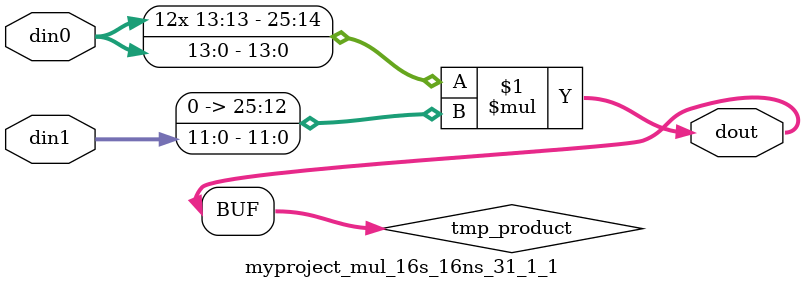
<source format=v>

`timescale 1 ns / 1 ps

  module myproject_mul_16s_16ns_31_1_1(din0, din1, dout);
parameter ID = 1;
parameter NUM_STAGE = 0;
parameter din0_WIDTH = 14;
parameter din1_WIDTH = 12;
parameter dout_WIDTH = 26;

input [din0_WIDTH - 1 : 0] din0; 
input [din1_WIDTH - 1 : 0] din1; 
output [dout_WIDTH - 1 : 0] dout;

wire signed [dout_WIDTH - 1 : 0] tmp_product;












assign tmp_product = $signed(din0) * $signed({1'b0, din1});









assign dout = tmp_product;







endmodule

</source>
